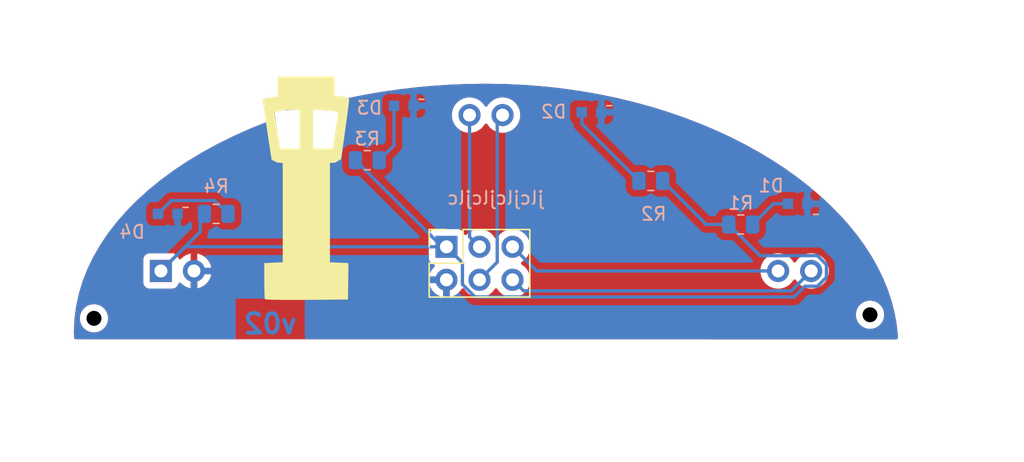
<source format=kicad_pcb>
(kicad_pcb (version 20211014) (generator pcbnew)
  (layers (0 "F.Cu" signal) (31 "B.Cu" signal) (34 "B.Paste" user) (35 "F.Paste" user) (36 "B.SilkS" user "B.Silkscreen") (37 "F.SilkS" user "F.Silkscreen") (38 "B.Mask" user) (39 "F.Mask" user) (44 "Edge.Cuts" user))
  (net 0 "")
  (net 1 "Net-(D1-Pad2)")
  (net 2 "VCC")
  (net 3 "Net-(D2-Pad2)")
  (net 4 "Net-(D3-Pad2)")
  (net 5 "GND")
  (net 6 "Net-(J1-Pad3)")
  (net 7 "Net-(J1-Pad4)")
  (net 8 "Net-(J1-Pad5)")
  (net 9 "Net-(J1-Pad6)")
  (net 10 "Net-(D4-Pad2)")
  (footprint "Base_Library:sky2ground_connector" (layer "F.Cu") (at 149.133751 107.21858)
    (fp_text reference "J1" hide)
    (fp_text value "Conn_02x03_Counter_Clockwise")
    (pad "1" thru_hole rect (at -25 0 90) (size 1.7 1.7) (drill 1) (layers *.Cu *.Mask) (net 2 "VCC"))
    (pad "2" thru_hole oval (at -22.46 0 90) (size 1.7 1.7) (drill 1) (layers *.Cu *.Mask) (net 5 "GND"))
    (pad "3" thru_hole oval (at -1.27 -12 90) (size 1.7 1.7) (drill 1) (layers *.Cu *.Mask) (net 6 "Net-(J1-Pad3)"))
    (pad "4" thru_hole circle (at 1.27 -12 90) (size 1.7 1.7) (drill 1) (layers *.Cu *.Mask) (net 7 "Net-(J1-Pad4)"))
    (pad "5" thru_hole oval (at 22.46 0 90) (size 1.7 1.7) (drill 1) (layers *.Cu *.Mask) (net 8 "Net-(J1-Pad5)"))
    (pad "6" thru_hole oval (at 25 0 90) (size 1.7 1.7) (drill 1) (layers *.Cu *.Mask) (net 9 "Net-(J1-Pad6)"))
  )
  (footprint "aerospace_badge:SMT_Tooling_hole" (layer "F.Cu") (at 118.985367 110.864759)
    (fp_text reference "REF**" hide)
    (fp_text value "SMT_Tooling_hole")
    (pad "" np_thru_hole circle (at 0 0) (size 1.3 1.3) (drill 1.152) (layers *.Mask))
  )
  (footprint "Base_Library:earth_base" (layer "F.Cu") (at 147.810182 106.466174)
    (fp_text reference "svg2mod" hide)
    (fp_text value "G***" hide)
    (fp_poly (pts (xy -14.671733 -14.221544) (xy -14.687033 -13.525651) (xy -14.705913 -12.653141) (xy -15.283785 -12.622331) (xy -15.861331 -12.502747) (xy -15.760927 -11.776578) (xy -15.535338 -10.242537) (xy -15.298 -8.663449) (xy -15.16235 -7.80214) (xy -14.718934 -7.589646) (xy -14.31003 -7.558366) (xy -14.31003 -3.737169) (xy -14.31003 0.08403) (xy -15.019754 0.11438) (xy -15.729153 0.14427) (xy -15.729153 1.502938) (xy -15.716058 2.483556) (xy -15.684543 2.933358) (xy -15.227173 2.965731) (xy -14.07102 2.981575) (xy -13.022761 2.978918) (xy -13.022761 -8.672803) (xy -13.773507 -8.672803) (xy -14.524578 -8.672803) (xy -14.728379 -9.979958) (xy -14.884617 -10.955431) (xy -14.974506 -11.465572) (xy -14.019957 -11.644948) (xy -13.022761 -11.644948) (xy -13.022761 -10.158877) (xy -13.022761 -8.672803) (xy -13.022761 2.978918) (xy -12.466366 2.977508) (xy -9.292794 2.949908) (xy -9.274594 1.547543) (xy -9.255994 0.144722) (xy -9.967674 0.114372) (xy -10.679024 0.084012) (xy -10.679024 -3.737186) (xy -10.679024 -7.558383) (xy -10.464504 -7.574664) (xy -10.464504 -8.672803) (xy -11.215574 -8.672803) (xy -11.966315 -8.672803) (xy -11.966315 -10.158877) (xy -11.966315 -11.644948) (xy -11.009164 -11.644948) (xy -10.052014 -11.482588) (xy -10.112536 -10.979219) (xy -10.258094 -9.996516) (xy -10.464504 -8.672803) (xy -10.464504 -7.574664) (xy -10.266864 -7.589663) (xy -9.820844 -7.855049) (xy -9.599202 -9.407865) (xy -9.397401 -10.873364) (xy -9.250565 -11.99129) (xy -9.193814 -12.501384) (xy -9.754754 -12.706058) (xy -10.316024 -12.706058) (xy -10.316024 -13.605243) (xy -10.316024 -14.221567) (xy -14.671733 -14.221544)) (layer "F.SilkS") (width 0) (fill solid))
    (fp_poly (pts (xy -14.671753 -14.221624) (xy -14.686803 -13.525934) (xy -14.705913 -12.653141) (xy -15.283532 -12.622471) (xy -15.861151 -12.502664) (xy -15.677101 -11.207361) (xy -17.022702 -10.667362) (xy -18.32026 -10.088179) (xy -19.567508 -9.471191) (xy -20.762181 -8.817775) (xy -21.90201 -8.129308) (xy -22.98473 -7.407168) (xy -24.008073 -6.652732) (xy -24.969773 -5.867377) (xy -25.867563 -5.05248) (xy -26.699176 -4.20942) (xy -27.462346 -3.339573) (xy -28.154806 -2.444317) (xy -28.77429 -1.525029) (xy -29.31853 -0.583087) (xy -29.785259 0.380132) (xy -30.172212 1.363251) (xy -30.477121 2.364892) (xy -30.697719 3.383678) (xy -30.83174 4.418232) (xy -30.876918 5.467176) (xy -30.830038 6.51939) (xy 33.524056 6.52629) (xy 33.489059 5.599299) (xy 33.385096 4.678433) (xy 33.213704 3.764929) (xy 32.976423 2.860026) (xy 32.674792 1.964964) (xy 32.31035 1.080979) (xy 31.884637 0.209313) (xy 31.399191 -0.648798) (xy 30.855552 -1.492115) (xy 30.255259 -2.319399) (xy 29.59985 -3.129411) (xy 28.890865 -3.920913) (xy 28.129844 -4.692666) (xy 27.318324 -5.443431) (xy 26.457846 -6.171971) (xy 25.549948 -6.877046) (xy 24.596169 -7.557418) (xy 23.59805 -8.211848) (xy 22.557127 -8.839097) (xy 21.474942 -9.437928) (xy 20.353033 -10.007101) (xy 19.192938 -10.545377) (xy 17.996198 -11.051519) (xy 16.764351 -11.524287) (xy 15.498936 -11.962443) (xy 14.201493 -12.364748) (xy 12.873561 -12.729964) (xy 11.516678 -13.056853) (xy 10.132384 -13.344174) (xy 8.722218 -13.590691) (xy 7.287719 -13.795164) (xy 5.830426 -13.956354) (xy 4.351879 -14.073024) (xy 2.853616 -14.143934) (xy 1.337176 -14.167846) (xy -0.025889 -14.150561) (xy -1.374471 -14.099169) (xy -2.707462 -14.014369) (xy -4.023753 -13.896857) (xy -5.322235 -13.747331) (xy -6.6018 -13.566488) (xy -7.861338 -13.355025) (xy -9.099743 -13.113639) (xy -10.315904 -12.843029) (xy -10.315904 -13.605266) (xy -10.315904 -14.221663) (xy -14.671753 -14.221624)) (layer "Edge.Cuts") (width 0.00001) (fill none))
  )
  (footprint "Connector_PinSocket_2.54mm:PinSocket_2x03_P2.54mm_Vertical" (layer "F.Cu") (at 146.090605 105.357258 90)
    (fp_text reference "J2" hide)
    (fp_text value "Conn_02x03_Counter_Clockwise")
    (fp_line (start 1.33 1.27) (end 1.33 6.41) (layer "F.SilkS") (width 0.12))
    (fp_line (start -3.87 -1.33) (end -3.87 6.41) (layer "F.SilkS") (width 0.12))
    (fp_line (start -3.87 6.41) (end 1.33 6.41) (layer "F.SilkS") (width 0.12))
    (fp_line (start -3.87 -1.33) (end -1.27 -1.33) (layer "F.SilkS") (width 0.12))
    (fp_line (start -1.27 -1.33) (end -1.27 1.27) (layer "F.SilkS") (width 0.12))
    (fp_line (start 0 -1.33) (end 1.33 -1.33) (layer "F.SilkS") (width 0.12))
    (fp_line (start 1.33 -1.33) (end 1.33 0) (layer "F.SilkS") (width 0.12))
    (fp_line (start -1.27 1.27) (end 1.33 1.27) (layer "F.SilkS") (width 0.12))
    (pad "1" thru_hole rect (at 0 0 90) (size 1.7 1.7) (drill 1) (layers *.Cu *.Mask) (net 2 "VCC"))
    (pad "2" thru_hole oval (at -2.54 0 90) (size 1.7 1.7) (drill 1) (layers *.Cu *.Mask) (net 5 "GND"))
    (pad "3" thru_hole oval (at 0 2.54 90) (size 1.7 1.7) (drill 1) (layers *.Cu *.Mask) (net 6 "Net-(J1-Pad3)"))
    (pad "4" thru_hole oval (at -2.54 2.54 90) (size 1.7 1.7) (drill 1) (layers *.Cu *.Mask) (net 7 "Net-(J1-Pad4)"))
    (pad "5" thru_hole oval (at 0 5.08 90) (size 1.7 1.7) (drill 1) (layers *.Cu *.Mask) (net 8 "Net-(J1-Pad5)"))
    (pad "6" thru_hole oval (at -2.54 5.08 90) (size 1.7 1.7) (drill 1) (layers *.Cu *.Mask) (net 9 "Net-(J1-Pad6)"))
  )
  (footprint "aerospace_badge:SMT_Tooling_hole" (layer "F.Cu") (at 178.659517 110.589763)
    (fp_text reference "REF**" hide)
    (fp_text value "SMT_Tooling_hole")
    (pad "" np_thru_hole circle (at 0 0) (size 1.3 1.3) (drill 1.152) (layers *.Mask))
  )
  (footprint "Base_Library:19-213_Y2C-CO2R2L_3T(CY)" (layer "B.Cu") (at 124.664385 102.822981 180)
    (fp_text reference "D4" (at 2.740432 -1.390667 unlocked) (layer "B.SilkS") (effects (justify mirror)))
    (fp_text value "LED")
    (fp_text user "-" (at -1.36097 0.537378 unlocked) (layer "B.SilkS") (effects (font (size 0.5 0.5) (thickness 0.125)) (justify mirror)))
    (pad "1" smd rect (at -0.75 0 180) (size 0.8 0.8) (layers "B.Cu" "B.Paste" "B.Mask") (net 5 "GND"))
    (pad "2" smd rect (at 0.75 0 180) (size 0.8 0.8) (layers "B.Cu" "B.Paste" "B.Mask") (net 10 "Net-(D4-Pad2)"))
  )
  (footprint "Resistor_SMD:R_0805_2012Metric" (layer "B.Cu") (at 140.002624 98.691882 180)
    (fp_text reference "R3" (at 0 1.65) (layer "B.SilkS") (effects (justify mirror)))
    (fp_text value "330")
    (fp_line (start -0.227064 0.735) (end 0.227064 0.735) (layer "B.SilkS") (width 0.12))
    (fp_line (start -0.227064 -0.735) (end 0.227064 -0.735) (layer "B.SilkS") (width 0.12))
    (pad "1" smd roundrect (at -0.9125 0 180) (size 1.025 1.4) (layers "B.Cu" "B.Paste" "B.Mask") (roundrect_rratio 0.243902439) (net 4 "Net-(D3-Pad2)"))
    (pad "2" smd roundrect (at 0.9125 0 180) (size 1.025 1.4) (layers "B.Cu" "B.Paste" "B.Mask") (roundrect_rratio 0.243902439) (net 2 "VCC"))
  )
  (footprint "Resistor_SMD:R_0805_2012Metric" (layer "B.Cu") (at 128.386464 102.822981 180)
    (fp_text reference "R4" (at 0 2.126903) (layer "B.SilkS") (effects (justify mirror)))
    (fp_text value "330")
    (fp_line (start -0.227064 -0.735) (end 0.227064 -0.735) (layer "B.SilkS") (width 0.12))
    (fp_line (start -0.227064 0.735) (end 0.227064 0.735) (layer "B.SilkS") (width 0.12))
    (pad "1" smd roundrect (at -0.9125 0 180) (size 1.025 1.4) (layers "B.Cu" "B.Paste" "B.Mask") (roundrect_rratio 0.243902439) (net 10 "Net-(D4-Pad2)"))
    (pad "2" smd roundrect (at 0.9125 0 180) (size 1.025 1.4) (layers "B.Cu" "B.Paste" "B.Mask") (roundrect_rratio 0.243902439) (net 2 "VCC"))
  )
  (footprint "Base_Library:19-213_Y2C-CO2R2L_3T(CY)" (layer "B.Cu") (at 173.09232 102.045843 180)
    (fp_text reference "D1" (at 2.045099 1.390667 unlocked) (layer "B.SilkS") (effects (justify mirror)))
    (fp_text value "LED")
    (fp_text user "-" (at -1.390166 -0.783633 unlocked) (layer "B.SilkS") (effects (font (size 0.5 0.5) (thickness 0.125)) (justify mirror)))
    (pad "1" smd rect (at -0.75 0 180) (size 0.8 0.8) (layers "B.Cu" "B.Paste" "B.Mask") (net 5 "GND"))
    (pad "2" smd rect (at 0.75 0 180) (size 0.8 0.8) (layers "B.Cu" "B.Paste" "B.Mask") (net 1 "Net-(D1-Pad2)"))
  )
  (footprint "Resistor_SMD:R_0805_2012Metric" (layer "B.Cu") (at 161.803375 100.287059)
    (fp_text reference "R2" (at 0.227064 2.54 180) (layer "B.SilkS") (effects (justify mirror)))
    (fp_text value "330")
    (fp_line (start -0.227064 0.735) (end 0.227064 0.735) (layer "B.SilkS") (width 0.12))
    (fp_line (start -0.227064 -0.735) (end 0.227064 -0.735) (layer "B.SilkS") (width 0.12))
    (pad "1" smd roundrect (at -0.9125 0) (size 1.025 1.4) (layers "B.Cu" "B.Paste" "B.Mask") (roundrect_rratio 0.243902439) (net 3 "Net-(D2-Pad2)"))
    (pad "2" smd roundrect (at 0.9125 0) (size 1.025 1.4) (layers "B.Cu" "B.Paste" "B.Mask") (roundrect_rratio 0.243902439) (net 2 "VCC"))
  )
  (footprint "Base_Library:19-213_Y2C-CO2R2L_3T(CY)" (layer "B.Cu") (at 157.242485 94.998585 180)
    (fp_text reference "D2" (at 2.90404 0.040902 unlocked) (layer "B.SilkS") (effects (justify mirror)))
    (fp_text value "LED")
    (fp_text user "-" (at -1.36097 0.537378 unlocked) (layer "B.SilkS") (effects (font (size 0.5 0.5) (thickness 0.125)) (justify mirror)))
    (pad "1" smd rect (at -0.75 0 180) (size 0.8 0.8) (layers "B.Cu" "B.Paste" "B.Mask") (net 5 "GND"))
    (pad "2" smd rect (at 0.75 0 180) (size 0.8 0.8) (layers "B.Cu" "B.Paste" "B.Mask") (net 3 "Net-(D2-Pad2)"))
  )
  (footprint "Resistor_SMD:R_0805_2012Metric" (layer "B.Cu") (at 168.715809 103.64102 180)
    (fp_text reference "R1" (at 0 1.65) (layer "B.SilkS") (effects (justify mirror)))
    (fp_text value "330")
    (fp_line (start -0.227064 -0.735) (end 0.227064 -0.735) (layer "B.SilkS") (width 0.12))
    (fp_line (start -0.227064 0.735) (end 0.227064 0.735) (layer "B.SilkS") (width 0.12))
    (pad "1" smd roundrect (at -0.9125 0 180) (size 1.025 1.4) (layers "B.Cu" "B.Paste" "B.Mask") (roundrect_rratio 0.243902439) (net 1 "Net-(D1-Pad2)"))
    (pad "2" smd roundrect (at 0.9125 0 180) (size 1.025 1.4) (layers "B.Cu" "B.Paste" "B.Mask") (roundrect_rratio 0.243902439) (net 2 "VCC"))
  )
  (footprint "Base_Library:19-213_Y2C-CO2R2L_3T(CY)" (layer "B.Cu") (at 142.808666 94.506802 180)
    (fp_text reference "D3" (at 2.643337 -0.153682 unlocked) (layer "B.SilkS") (effects (justify mirror)))
    (fp_text value "LED")
    (fp_text user "-" (at -1.36097 0.537378 unlocked) (layer "B.SilkS") (effects (font (size 0.5 0.5) (thickness 0.125)) (justify mirror)))
    (pad "1" smd rect (at -0.75 0 180) (size 0.8 0.8) (layers "B.Cu" "B.Paste" "B.Mask") (net 5 "GND"))
    (pad "2" smd rect (at 0.75 0 180) (size 0.8 0.8) (layers "B.Cu" "B.Paste" "B.Mask") (net 4 "Net-(D3-Pad2)"))
  )
  (gr_text "v02" (at 132.540444 111.287124) (layer "B.Cu") (effects (font (size 1.5 1.5) (thickness 0.3)) (justify mirror)))
  (gr_text "jlcjlcjlcjlc" (at 149.86 101.6) (layer "B.SilkS") (effects (font (size 1 1)) (justify mirror)))
  (segment (start 169.628309 103.64102) (end 171.223486 102.045843) (width 0.254) (layer "B.Cu") (net 1))
  (segment (start 171.223486 102.045843) (end 172.34232 102.045843) (width 0.254) (layer "B.Cu") (net 1))
  (segment (start 167.803309 103.64102) (end 170.204358 106.042069) (width 0.254) (layer "B.Cu") (net 2))
  (segment (start 125.995073 105.357258) (end 146.090605 105.357258) (width 0.254) (layer "B.Cu") (net 2))
  (segment (start 172.821514 109.22) (end 148.289508 109.22) (width 0.254) (layer "B.Cu") (net 2))
  (segment (start 124.133751 107.21858) (end 125.995073 105.357258) (width 0.254) (layer "B.Cu") (net 2))
  (segment (start 175.310262 106.731252) (end 175.310262 107.705908) (width 0.254) (layer "B.Cu") (net 2))
  (segment (start 147.32 106.586653) (end 146.090605 105.357258) (width 0.254) (layer "B.Cu") (net 2))
  (segment (start 175.310262 107.705908) (end 174.621079 108.395091) (width 0.254) (layer "B.Cu") (net 2))
  (segment (start 127.161079 104.191252) (end 124.133751 107.21858) (width 0.254) (layer "B.Cu") (net 2))
  (segment (start 148.289508 109.22) (end 147.32 108.250492) (width 0.254) (layer "B.Cu") (net 2))
  (segment (start 174.621079 106.042069) (end 175.310262 106.731252) (width 0.254) (layer "B.Cu") (net 2))
  (segment (start 170.204358 106.042069) (end 174.621079 106.042069) (width 0.254) (layer "B.Cu") (net 2))
  (segment (start 145.7555 105.357258) (end 146.090605 105.357258) (width 0.254) (layer "B.Cu") (net 2))
  (segment (start 147.32 108.250492) (end 147.32 106.586653) (width 0.254) (layer "B.Cu") (net 2))
  (segment (start 162.715875 100.287059) (end 166.069836 103.64102) (width 0.254) (layer "B.Cu") (net 2))
  (segment (start 166.069836 103.64102) (end 167.803309 103.64102) (width 0.254) (layer "B.Cu") (net 2))
  (segment (start 174.621079 108.395091) (end 173.646423 108.395091) (width 0.254) (layer "B.Cu") (net 2))
  (segment (start 173.646423 108.395091) (end 172.821514 109.22) (width 0.254) (layer "B.Cu") (net 2))
  (segment (start 127.161079 103.135866) (end 127.161079 104.191252) (width 0.254) (layer "B.Cu") (net 2))
  (segment (start 127.473964 102.822981) (end 127.161079 103.135866) (width 0.254) (layer "B.Cu") (net 2))
  (segment (start 139.090124 98.691882) (end 145.7555 105.357258) (width 0.254) (layer "B.Cu") (net 2))
  (segment (start 156.492485 95.888669) (end 160.890875 100.287059) (width 0.254) (layer "B.Cu") (net 3))
  (segment (start 156.492485 94.998585) (end 156.492485 95.888669) (width 0.254) (layer "B.Cu") (net 3))
  (segment (start 142.058666 97.54834) (end 142.058666 94.506802) (width 0.25) (layer "B.Cu") (net 4))
  (segment (start 140.915124 98.691882) (end 142.058666 97.54834) (width 0.25) (layer "B.Cu") (net 4))
  (segment (start 147.863751 104.590404) (end 148.630605 105.357258) (width 0.254) (layer "B.Cu") (net 6))
  (segment (start 147.863751 95.21858) (end 147.863751 104.590404) (width 0.254) (layer "B.Cu") (net 6))
  (segment (start 149.994094 106.533769) (end 148.630605 107.897258) (width 0.254) (layer "B.Cu") (net 7))
  (segment (start 150.403751 95.21858) (end 149.994094 95.628237) (width 0.254) (layer "B.Cu") (net 7))
  (segment (start 149.994094 95.628237) (end 149.994094 106.533769) (width 0.254) (layer "B.Cu") (net 7))
  (segment (start 171.593751 107.21858) (end 153.031927 107.21858) (width 0.254) (layer "B.Cu") (net 8))
  (segment (start 153.031927 107.21858) (end 151.170605 105.357258) (width 0.254) (layer "B.Cu") (net 8))
  (segment (start 172.605073 108.747258) (end 152.020605 108.747258) (width 0.254) (layer "B.Cu") (net 9))
  (segment (start 174.133751 107.21858) (end 172.605073 108.747258) (width 0.254) (layer "B.Cu") (net 9))
  (segment (start 152.020605 108.747258) (end 151.170605 107.897258) (width 0.254) (layer "B.Cu") (net 9))
  (segment (start 129.298964 102.822981) (end 128.274444 101.798461) (width 0.25) (layer "B.Cu") (net 10))
  (segment (start 124.938905 101.798461) (end 123.914385 102.822981) (width 0.25) (layer "B.Cu") (net 10))
  (segment (start 128.274444 101.798461) (end 124.938905 101.798461) (width 0.25) (layer "B.Cu") (net 10))
  (zone (net 0) (net_name "") (layer "F.Cu") (connect_pads (clearance 0)) (min_thickness 0.254)
    (keepout (tracks not_allowed) (vias not_allowed) (pads not_allowed) (copperpour not_allowed) (footprints allowed))
    (fill (thermal_gap 0.508) (thermal_bridge_width 0.508))
    (polygon (pts (xy 137.83556 94.97422) (xy 137.342227 97.934223) (xy 133.264001 97.835556) (xy 132.869334 95.039998) (xy 132.902222 94.941331) (xy 134.678224 94.711109) (xy 135.895114 94.711109)))
  )
  (zone (net 5) (net_name "GND") (layer "F.Cu") (connect_pads (clearance 0.508)) (min_thickness 0.254) (fill yes (thermal_gap 0.508) (thermal_bridge_width 0.508))
    (polygon (pts (xy 187.96 121.92) (xy 114.3 119.38) (xy 116.84 86.36) (xy 187.96 86.36)))
  )
  (zone (net 0) (net_name "") (layer "B.Cu") (connect_pads (clearance 0)) (min_thickness 0.254)
    (keepout (tracks not_allowed) (vias not_allowed) (pads not_allowed) (copperpour not_allowed) (footprints allowed))
    (fill (thermal_gap 0.508) (thermal_bridge_width 0.508))
    (polygon (pts (xy 137.83556 94.908442) (xy 137.375116 97.934223) (xy 133.132445 97.868445) (xy 132.803556 94.97422) (xy 132.803556 94.875554) (xy 134.711113 94.809776) (xy 135.697781 94.743998)))
  )
  (zone (net 5) (net_name "GND") (layer "B.Cu") (connect_pads (clearance 0.508)) (min_thickness 0.254) (fill yes (thermal_gap 0.508) (thermal_bridge_width 0.508))
    (polygon (pts (xy 190.5 121.92) (xy 111.76 119.38) (xy 111.76 88.9) (xy 187.96 88.9)))
  )
)
</source>
